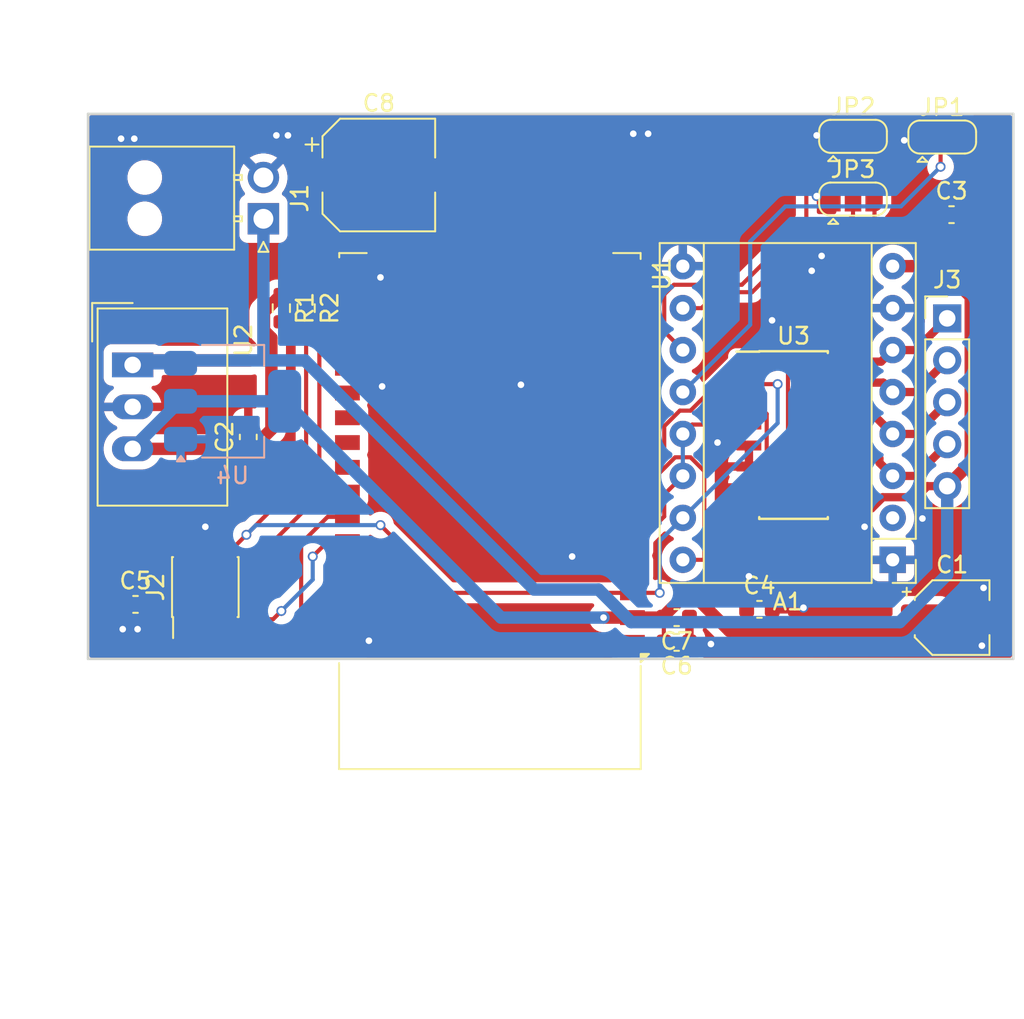
<source format=kicad_pcb>
(kicad_pcb (version 20241229) (generator "pcbnew") (generator_version "9.0")
  (layers (0 "F.Cu" signal) (2 "B.Cu" signal) (13 "F.Paste" user) (15 "B.Paste" user) (5 "F.SilkS" user "F.Silkscreen") (7 "B.SilkS" user "B.Silkscreen") (1 "F.Mask" user) (3 "B.Mask" user) (25 "Edge.Cuts" user))
  (net 0 "")
  (net 1 "+5V")
  (net 2 "Net-(A1-M0)")
  (net 3 "/Coil4")
  (net 4 "/Coil3")
  (net 5 "/Coil2")
  (net 6 "/Coil1")
  (net 7 "Net-(A1-M1)")
  (net 8 "Net-(A1-M2)")
  (net 10 "+3.3V")
  (net 11 "/D4")
  (net 12 "/D2")
  (net 13 "/D5")
  (net 17 "GND")
  (net 18 "D0")
  (net 19 "EN")
  (net 20 "RX")
  (net 21 "TX")
  (net 24 "/ESP32/GPIO8")
  (net 27 "/ESP32/GPIO17")
  (net 30 "/ESP32/GPIO18")
  (net 31 "/ESP32/GPIO14")
  (net 33 "/ESP32/GPIO12")
  (net 34 "/ESP32/GPIO37")
  (net 35 "/ESP32/GPIO7")
  (net 36 "/ESP32/GPIO40")
  (net 37 "/ESP32/GPIO38")
  (net 38 "/ESP32/GPIO11")
  (net 40 "/ESP32/GPIO10")
  (net 41 "/ESP32/GPIO9")
  (net 45 "/ESP32/GPIO6")
  (net 46 "/ESP32/GPIO16")
  (net 47 "/ESP32/GPIO35")
  (net 48 "/ESP32/GPIO15")
  (net 49 "/ESP32/GPIO13")
  (footprint "Capacitor_SMD:CP_Elec_4x5.4" (layer "F.Cu") (at 200.3 116.5)
    (property "Reference" "C1" (at 0 -3.2 0) (layer "F.SilkS"))
    (property "Value" "10u")
    (pad "1" smd roundrect (at -1.8 0) (size 2.6 1.6) (layers "F.Cu" "F.Mask" "F.Paste") (roundrect_rratio 0.15625) (net 10 "+3.3V"))
    (pad "2" smd roundrect (at 1.8 0) (size 2.6 1.6) (layers "F.Cu" "F.Mask" "F.Paste") (roundrect_rratio 0.15625) (net 17 "GND"))
  )
  (footprint "Capacitor_SMD:C_0603_1608Metric" (layer "F.Cu") (at 157.7 105.5625 90)
    (property "Reference" "C2" (at 0 -1.43 90) (layer "F.SilkS"))
    (property "Value" "1uF")
    (pad "1" smd roundrect (at -0.775 0 90) (size 0.9 0.95) (layers "F.Cu" "F.Mask" "F.Paste") (net 10 "+3.3V"))
    (pad "2" smd roundrect (at 0.775 0 90) (size 0.9 0.95) (layers "F.Cu" "F.Mask" "F.Paste") (net 17 "GND"))
  )
  (footprint "Capacitor_SMD:C_0603_1608Metric" (layer "F.Cu") (at 200.2625 92.1)
    (property "Reference" "C3" (at 0 -1.43 0) (layer "F.SilkS"))
    (property "Value" "1uF")
    (pad "1" smd roundrect (at -0.775 0) (size 0.9 0.95) (layers "F.Cu" "F.Mask" "F.Paste") (net 1 "+5V"))
    (pad "2" smd roundrect (at 0.775 0) (size 0.9 0.95) (layers "F.Cu" "F.Mask" "F.Paste") (net 17 "GND"))
  )
  (footprint "Capacitor_SMD:C_0603_1608Metric" (layer "F.Cu") (at 188.6375 116)
    (property "Reference" "C4" (at 0 -1.43 0) (layer "F.SilkS"))
    (property "Value" "1uF")
    (pad "1" smd roundrect (at -0.775 0) (size 0.9 0.95) (layers "F.Cu" "F.Mask" "F.Paste") (net 10 "+3.3V"))
    (pad "2" smd roundrect (at 0.775 0) (size 0.9 0.95) (layers "F.Cu" "F.Mask" "F.Paste") (net 17 "GND"))
  )
  (footprint "Pin_Headers:Pin_Header_Straight_1x05_Pitch2.54mm" (layer "F.Cu") (at 200 98.38)
    (property "Reference" "J3" (at 0 -2.33 0) (layer "F.SilkS"))
    (property "Value" "Conn_01x05")
    (pad "1" thru_hole rect (at 0 0) (size 1.7 1.7) (drill 1) (layers "*.Cu" "*.Mask") (net 3 "/Coil4"))
    (pad "2" thru_hole oval (at 0 2.54) (size 1.7 1.7) (drill 1) (layers "*.Cu" "*.Mask") (net 4 "/Coil3"))
    (pad "3" thru_hole oval (at 0 5.08) (size 1.7 1.7) (drill 1) (layers "*.Cu" "*.Mask") (net 5 "/Coil2"))
    (pad "4" thru_hole oval (at 0 7.62) (size 1.7 1.7) (drill 1) (layers "*.Cu" "*.Mask") (net 6 "/Coil1"))
    (pad "5" thru_hole oval (at 0 10.16) (size 1.7 1.7) (drill 1) (layers "*.Cu" "*.Mask") (net 1 "+5V"))
  )
  (footprint "Resistor_SMD:R_0603_1608Metric" (layer "F.Cu") (at 159.7 97.7625 -90)
    (property "Reference" "R1" (at 0 -1.43 270) (layer "F.SilkS"))
    (property "Value" "10K")
    (pad "1" smd roundrect (at -0.825 0 270) (size 0.8 0.95) (layers "F.Cu" "F.Mask" "F.Paste") (net 10 "+3.3V"))
    (pad "2" smd roundrect (at 0.825 0 270) (size 0.8 0.95) (layers "F.Cu" "F.Mask" "F.Paste") (net 19 "EN"))
  )
  (footprint "Resistor_SMD:R_0603_1608Metric" (layer "F.Cu") (at 161.2 97.7625 -90)
    (property "Reference" "R2" (at 0 -1.43 90) (layer "F.SilkS"))
    (property "Value" "10K")
    (pad "1" smd roundrect (at -0.825 0 270) (size 0.8 0.95) (layers "F.Cu" "F.Mask" "F.Paste") (net 10 "+3.3V"))
    (pad "2" smd roundrect (at 0.825 0 270) (size 0.8 0.95) (layers "F.Cu" "F.Mask" "F.Paste") (net 18 "D0"))
  )
  (footprint "Connector_PinHeader_1.27mm:PinHeader_2x03_P1.27mm_Vertical_SMD" (layer "F.Cu") (at 155.1 114.65 90)
    (property "Reference" "J2" (at 0 -3.015 90) (layer "F.SilkS"))
    (property "Value" "Prog")
    (pad "1" smd rect (at -1.95 -1.27 90) (size 2.4 0.74) (layers "F.Cu" "F.Mask" "F.Paste") (net 19 "EN"))
    (pad "2" smd rect (at 1.95 -1.27 90) (size 2.4 0.74) (layers "F.Cu" "F.Mask" "F.Paste") (net 10 "+3.3V"))
    (pad "3" smd rect (at -1.95 0 90) (size 2.4 0.74) (layers "F.Cu" "F.Mask" "F.Paste") (net 21 "TX"))
    (pad "4" smd rect (at 1.95 0 90) (size 2.4 0.74) (layers "F.Cu" "F.Mask" "F.Paste") (net 17 "GND"))
    (pad "5" smd rect (at -1.95 1.27 90) (size 2.4 0.74) (layers "F.Cu" "F.Mask" "F.Paste") (net 20 "RX"))
    (pad "6" smd rect (at 1.95 1.27 90) (size 2.4 0.74) (layers "F.Cu" "F.Mask" "F.Paste") (net 18 "D0"))
  )
  (footprint "Connectors_Molex:Molex_NanoFit_1x02x2.50mm_Angled" (layer "F.Cu") (at 158.615 92.35 90)
    (property "Reference" "J1" (at 1.25 2.2 90) (layer "F.SilkS"))
    (property "Value" "Power")
    (pad "" np_thru_hole circle (at 0 -7.18 90) (size 1.6 1.6) (drill 1.6) (layers "*.Cu" "*.Mask"))
    (pad "" np_thru_hole circle (at 2.5 -7.18 90) (size 1.6 1.6) (drill 1.6) (layers "*.Cu" "*.Mask"))
    (pad "1" thru_hole rect (at 0 0 90) (size 1.9 1.9) (drill 1.2) (layers "*.Cu" "*.Mask") (net 1 "+5V"))
    (pad "2" thru_hole circle (at 2.5 0 90) (size 1.9 1.9) (drill 1.2) (layers "*.Cu" "*.Mask") (net 17 "GND"))
  )
  (footprint "Modules:Pololu_Breakout-16_15.2x20.3mm" (layer "F.Cu") (at 196.7 113 180)
    (property "Reference" "A1" (at 6.35 -2.54 180) (layer "F.SilkS"))
    (property "Value" "Pololu_Breakout_DRV8825")
    (pad "1" thru_hole rect (at 0 0 180) (size 1.6 1.6) (drill 0.8) (layers "*.Cu" "*.Mask") (net 17 "GND"))
    (pad "2" thru_hole oval (at 0 2.54 180) (size 1.6 1.6) (drill 0.8) (layers "*.Cu" "*.Mask"))
    (pad "3" thru_hole oval (at 0 5.08 180) (size 1.6 1.6) (drill 0.8) (layers "*.Cu" "*.Mask") (net 6 "/Coil1"))
    (pad "4" thru_hole oval (at 0 7.62 180) (size 1.6 1.6) (drill 0.8) (layers "*.Cu" "*.Mask") (net 5 "/Coil2"))
    (pad "5" thru_hole oval (at 0 10.16 180) (size 1.6 1.6) (drill 0.8) (layers "*.Cu" "*.Mask") (net 4 "/Coil3"))
    (pad "6" thru_hole oval (at 0 12.7 180) (size 1.6 1.6) (drill 0.8) (layers "*.Cu" "*.Mask") (net 3 "/Coil4"))
    (pad "7" thru_hole oval (at 0 15.24 180) (size 1.6 1.6) (drill 0.8) (layers "*.Cu" "*.Mask") (net 17 "GND"))
    (pad "8" thru_hole oval (at 0 17.78 180) (size 1.6 1.6) (drill 0.8) (layers "*.Cu" "*.Mask") (net 1 "+5V"))
    (pad "9" thru_hole oval (at 12.7 17.78 180) (size 1.6 1.6) (drill 0.8) (layers "*.Cu" "*.Mask") (net 17 "GND"))
    (pad "10" thru_hole oval (at 12.7 15.24 180) (size 1.6 1.6) (drill 0.8) (layers "*.Cu" "*.Mask") (net 2 "Net-(A1-M0)"))
    (pad "11" thru_hole oval (at 12.7 12.7 180) (size 1.6 1.6) (drill 0.8) (layers "*.Cu" "*.Mask") (net 7 "Net-(A1-M1)"))
    (pad "12" thru_hole oval (at 12.7 10.16 180) (size 1.6 1.6) (drill 0.8) (layers "*.Cu" "*.Mask") (net 8 "Net-(A1-M2)"))
    (pad "13" thru_hole oval (at 12.7 7.62 180) (size 1.6 1.6) (drill 0.8) (layers "*.Cu" "*.Mask") (net 12 "/D2"))
    (pad "14" thru_hole oval (at 12.7 5.08 180) (size 1.6 1.6) (drill 0.8) (layers "*.Cu" "*.Mask") (net 12 "/D2"))
    (pad "15" thru_hole oval (at 12.7 2.54 180) (size 1.6 1.6) (drill 0.8) (layers "*.Cu" "*.Mask") (net 18 "D0"))
    (pad "16" thru_hole oval (at 12.7 0 180) (size 1.6 1.6) (drill 0.8) (layers "*.Cu" "*.Mask") (net 11 "/D4"))
  )
  (footprint "Housings_SOIC:SOIC-16_3.9x9.9mm_Pitch1.27mm" (layer "F.Cu") (at 190.7 105.445)
    (property "Reference" "U3" (at 0 -6 0) (layer "F.SilkS"))
    (property "Value" "ULN2003A")
    (pad "1" smd rect (at -2.7 -4.445) (size 1.5 0.6) (layers "F.Cu" "F.Mask" "F.Paste") (net 13 "/D5"))
    (pad "2" smd rect (at -2.7 -3.175) (size 1.5 0.6) (layers "F.Cu" "F.Mask" "F.Paste") (net 18 "D0"))
    (pad "3" smd rect (at -2.7 -1.905) (size 1.5 0.6) (layers "F.Cu" "F.Mask" "F.Paste") (net 11 "/D4"))
    (pad "4" smd rect (at -2.7 -0.635) (size 1.5 0.6) (layers "F.Cu" "F.Mask" "F.Paste") (net 12 "/D2"))
    (pad "5" smd rect (at -2.7 0.635) (size 1.5 0.6) (layers "F.Cu" "F.Mask" "F.Paste") (net 17 "GND"))
    (pad "6" smd rect (at -2.7 1.905) (size 1.5 0.6) (layers "F.Cu" "F.Mask" "F.Paste") (net 17 "GND"))
    (pad "7" smd rect (at -2.7 3.175) (size 1.5 0.6) (layers "F.Cu" "F.Mask" "F.Paste") (net 17 "GND"))
    (pad "8" smd rect (at -2.7 4.445) (size 1.5 0.6) (layers "F.Cu" "F.Mask" "F.Paste") (net 17 "GND"))
    (pad "9" smd rect (at 2.7 4.445) (size 1.5 0.6) (layers "F.Cu" "F.Mask" "F.Paste") (net 1 "+5V"))
    (pad "10" smd rect (at 2.7 3.175) (size 1.5 0.6) (layers "F.Cu" "F.Mask" "F.Paste"))
    (pad "11" smd rect (at 2.7 1.905) (size 1.5 0.6) (layers "F.Cu" "F.Mask" "F.Paste"))
    (pad "12" smd rect (at 2.7 0.635) (size 1.5 0.6) (layers "F.Cu" "F.Mask" "F.Paste"))
    (pad "13" smd rect (at 2.7 -0.635) (size 1.5 0.6) (layers "F.Cu" "F.Mask" "F.Paste") (net 6 "/Coil1"))
    (pad "14" smd rect (at 2.7 -1.905) (size 1.5 0.6) (layers "F.Cu" "F.Mask" "F.Paste") (net 5 "/Coil2"))
    (pad "15" smd rect (at 2.7 -3.175) (size 1.5 0.6) (layers "F.Cu" "F.Mask" "F.Paste") (net 4 "/Coil3"))
    (pad "16" smd rect (at 2.7 -4.445) (size 1.5 0.6) (layers "F.Cu" "F.Mask" "F.Paste") (net 3 "/Coil4"))
  )
  (footprint "Converter_DCDC:Converter_DCDC_TRACO_TSR-1_THT" (layer "F.Cu") (at 150.7 101.2 -90)
    (property "Reference" "U2" (at -1.5 -6.71 90) (layer "F.SilkS"))
    (property "Value" "TSR_1-2433")
    (pad "1" thru_hole rect (at 0 0 270) (size 1.5 2.5) (drill 1) (layers "*.Cu" "*.Mask") (net 1 "+5V"))
    (pad "2" thru_hole oval (at 2.54 0 270) (size 1.5 2.5) (drill 1) (layers "*.Cu" "*.Mask") (net 17 "GND"))
    (pad "3" thru_hole oval (at 5.08 0 270) (size 1.5 2.5) (drill 1) (layers "*.Cu" "*.Mask") (net 10 "+3.3V"))
  )
  (footprint "RF_Module:ESP32-S2-WROVER" (layer "F.Cu") (at 172.325 106.225 180)
    (property "Reference" "U1" (at -10.41 10.53 90) (layer "F.SilkS"))
    (property "Value" "ESP32-S2-WROVER")
    (pad "1" smd rect (at -8.625 -11.775 180) (size 1.5 0.9) (layers "F.Cu" "F.Mask" "F.Paste") (net 17 "GND"))
    (pad "2" smd rect (at -8.625 -10.275 180) (size 1.5 0.9) (layers "F.Cu" "F.Mask" "F.Paste") (net 10 "+3.3V"))
    (pad "3" smd rect (at -8.625 -8.775 180) (size 1.5 0.9) (layers "F.Cu" "F.Mask" "F.Paste") (net 18 "D0"))
    (pad "4" smd rect (at -8.625 -7.275 180) (size 1.5 0.9) (layers "F.Cu" "F.Mask" "F.Paste"))
    (pad "5" smd rect (at -8.625 -5.775 180) (size 1.5 0.9) (layers "F.Cu" "F.Mask" "F.Paste") (net 12 "/D2"))
    (pad "6" smd rect (at -8.625 -4.275 180) (size 1.5 0.9) (layers "F.Cu" "F.Mask" "F.Paste"))
    (pad "7" smd rect (at -8.625 -2.775 180) (size 1.5 0.9) (layers "F.Cu" "F.Mask" "F.Paste") (net 11 "/D4"))
    (pad "8" smd rect (at -8.625 -1.275 180) (size 1.5 0.9) (layers "F.Cu" "F.Mask" "F.Paste") (net 13 "/D5"))
    (pad "9" smd rect (at -8.625 0.225 180) (size 1.5 0.9) (layers "F.Cu" "F.Mask" "F.Paste") (net 45 "/ESP32/GPIO6"))
    (pad "10" smd rect (at -8.625 1.725 180) (size 1.5 0.9) (layers "F.Cu" "F.Mask" "F.Paste") (net 35 "/ESP32/GPIO7"))
    (pad "11" smd rect (at -8.625 3.225 180) (size 1.5 0.9) (layers "F.Cu" "F.Mask" "F.Paste") (net 24 "/ESP32/GPIO8"))
    (pad "12" smd rect (at -8.625 4.725 180) (size 1.5 0.9) (layers "F.Cu" "F.Mask" "F.Paste") (net 41 "/ESP32/GPIO9"))
    (pad "13" smd rect (at -8.625 6.225 180) (size 1.5 0.9) (layers "F.Cu" "F.Mask" "F.Paste") (net 40 "/ESP32/GPIO10"))
    (pad "14" smd rect (at -8.625 7.725 180) (size 1.5 0.9) (layers "F.Cu" "F.Mask" "F.Paste") (net 38 "/ESP32/GPIO11"))
    (pad "15" smd rect (at -8.625 9.225) (size 1.5 0.9) (layers "F.Cu" "F.Mask" "F.Paste") (net 33 "/ESP32/GPIO12"))
    (pad "16" smd rect (at -8.625 10.725) (size 1.5 0.9) (layers "F.Cu" "F.Mask" "F.Paste") (net 49 "/ESP32/GPIO13"))
    (pad "17" smd rect (at -6.75 11.475 180) (size 0.9 1.5) (layers "F.Cu" "F.Mask" "F.Paste") (net 31 "/ESP32/GPIO14"))
    (pad "18" smd rect (at -5.25 11.475 180) (size 0.9 1.5) (layers "F.Cu" "F.Mask" "F.Paste") (net 48 "/ESP32/GPIO15"))
    (pad "19" smd rect (at -3.75 11.475 180) (size 0.9 1.5) (layers "F.Cu" "F.Mask" "F.Paste") (net 46 "/ESP32/GPIO16"))
    (pad "20" smd rect (at -2.25 11.475 180) (size 0.9 1.5) (layers "F.Cu" "F.Mask" "F.Paste") (net 27 "/ESP32/GPIO17"))
    (pad "21" smd rect (at -0.75 11.475 180) (size 0.9 1.5) (layers "F.Cu" "F.Mask" "F.Paste") (net 30 "/ESP32/GPIO18"))
    (pad "22" smd rect (at 0.75 11.475 180) (size 0.9 1.5) (layers "F.Cu" "F.Mask" "F.Paste"))
    (pad "23" smd rect (at 2.25 11.475 180) (size 0.9 1.5) (layers "F.Cu" "F.Mask" "F.Paste"))
    (pad "24" smd rect (at 3.75 11.475 180) (size 0.9 1.5) (layers "F.Cu" "F.Mask" "F.Paste"))
    (pad "25" smd rect (at 5.25 11.475 180) (size 0.9 1.5) (layers "F.Cu" "F.Mask" "F.Paste"))
    (pad "26" smd rect (at 6.75 11.475 180) (size 0.9 1.5) (layers "F.Cu" "F.Mask" "F.Paste") (net 17 "GND"))
    (pad "27" smd rect (at 8.625 10.825 180) (size 1.5 0.9) (layers "F.Cu" "F.Mask" "F.Paste"))
    (pad "28" smd rect (at 8.625 9.325 180) (size 1.5 0.9) (layers "F.Cu" "F.Mask" "F.Paste"))
    (pad "29" smd rect (at 8.625 7.825 180) (size 1.5 0.9) (layers "F.Cu" "F.Mask" "F.Paste") (net 47 "/ESP32/GPIO35"))
    (pad "30" smd rect (at 8.625 6.325 180) (size 1.5 0.9) (layers "F.Cu" "F.Mask" "F.Paste"))
    (pad "31" smd rect (at 8.625 4.825 180) (size 1.5 0.9) (layers "F.Cu" "F.Mask" "F.Paste") (net 34 "/ESP32/GPIO37"))
    (pad "32" smd rect (at 8.625 3.325 180) (size 1.5 0.9) (layers "F.Cu" "F.Mask" "F.Paste") (net 37 "/ESP32/GPIO38"))
    (pad "33" smd rect (at 8.625 1.825 180) (size 1.5 0.9) (layers "F.Cu" "F.Mask" "F.Paste"))
    (pad "34" smd rect (at 8.625 0.325 180) (size 1.5 0.9) (layers "F.Cu" "F.Mask" "F.Paste") (net 36 "/ESP32/GPIO40"))
    (pad "35" smd rect (at 8.625 -1.175 180) (size 1.5 0.9) (layers "F.Cu" "F.Mask" "F.Paste"))
    (pad "36" smd rect (at 8.625 -2.675 180) (size 1.5 0.9) (layers "F.Cu" "F.Mask" "F.Paste"))
    (pad "37" smd rect (at 8.625 -4.175 180) (size 1.5 0.9) (layers "F.Cu" "F.Mask" "F.Paste") (net 21 "TX"))
    (pad "38" smd rect (at 8.625 -5.675 180) (size 1.5 0.9) (layers "F.Cu" "F.Mask" "F.Paste") (net 20 "RX"))
    (pad "39" smd rect (at 8.625 -7.175 180) (size 1.5 0.9) (layers "F.Cu" "F.Mask" "F.Paste"))
    (pad "40" smd rect (at 8.625 -8.775 180) (size 1.5 0.9) (layers "F.Cu" "F.Mask" "F.Paste"))
    (pad "41" smd rect (at 8.625 -10.275 180) (size 1.5 0.9) (layers "F.Cu" "F.Mask" "F.Paste") (net 19 "EN"))
    (pad "42" smd rect (at 8.625 -11.675 180) (size 1.5 0.9) (layers "F.Cu" "F.Mask" "F.Paste") (net 17 "GND"))
    (pad "43" smd rect (at -1.19 -3.735 180) (size 4.1 4.1) (property pad_prop_heatsink) (layers "F.Cu" "F.Mask") (net 17 "GND"))
    (zone (net 0) (net_name "") (layers "F.Cu" "B.Cu") (connect_pads (clearance 0)) (min_thickness 0.254)
      (keepout (tracks not_allowed) (vias not_allowed) (pads not_allowed) (copperpour not_allowed) (footprints not_allowed))
      (fill (thermal_gap 0.508) (thermal_bridge_width 0.508))
      (polygon (pts (xy 196.325 119.248) (xy 148.325 119.248) (xy 148.325 140.548) (xy 196.325 140.548)))
    )
  )
  (footprint "Jumper:SolderJumper-3_P1.3mm_Open_RoundedPad1.0x1.5mm" (layer "F.Cu") (at 199.7 87.4)
    (property "Reference" "JP1" (at 0 -1.8 0) (layer "F.SilkS"))
    (property "Value" "jumper")
    (pad "1" smd custom (at -1.3 0) (size 1 0.5) (layers "F.Cu" "F.Mask") (net 17 "GND") (options (clearance outline) (anchor rect)) (primitives (gr_circle (center 0 0.25) (end 0.5 0.25) (width 0) (fill yes)) (gr_circle (center 0 -0.25) (end 0.5 -0.25) (width 0) (fill yes)) (gr_poly (pts (xy 0.55 0.75) (xy 0 0.75) (xy 0 -0.75) (xy 0.55 -0.75)) (width 0) (fill yes))))
    (pad "2" smd rect (at 0 0) (size 1 1.5) (layers "F.Cu" "F.Mask") (net 8 "Net-(A1-M2)"))
    (pad "3" smd custom (at 1.3 0) (size 1 0.5) (layers "F.Cu" "F.Mask") (net 10 "+3.3V") (options (clearance outline) (anchor rect)) (primitives (gr_circle (center 0 0.25) (end 0.5 0.25) (width 0) (fill yes)) (gr_circle (center 0 -0.25) (end 0.5 -0.25) (width 0) (fill yes)) (gr_poly (pts (xy 0 0.75) (xy -0.55 0.75) (xy -0.55 -0.75) (xy 0 -0.75)) (width 0) (fill yes))))
  )
  (footprint "Capacitor_SMD:C_0603_1608Metric" (layer "F.Cu") (at 150.875 115.7)
    (property "Reference" "C5" (at 0 -1.43 0) (layer "F.SilkS"))
    (property "Value" "0.1uf")
    (pad "1" smd roundrect (at -0.775 0) (size 0.9 0.95) (layers "F.Cu" "F.Mask" "F.Paste") (net 17 "GND"))
    (pad "2" smd roundrect (at 0.775 0) (size 0.9 0.95) (layers "F.Cu" "F.Mask" "F.Paste") (net 19 "EN"))
  )
  (footprint "Capacitor_SMD:C_0603_1608Metric" (layer "F.Cu") (at 183.625 116.5 180)
    (property "Reference" "C7" (at 0 -1.43 0) (layer "F.SilkS"))
    (property "Value" "1uF")
    (pad "1" smd roundrect (at -0.775 0 180) (size 0.9 0.95) (layers "F.Cu" "F.Mask" "F.Paste") (net 17 "GND"))
    (pad "2" smd roundrect (at 0.775 0 180) (size 0.9 0.95) (layers "F.Cu" "F.Mask" "F.Paste") (net 10 "+3.3V"))
  )
  (footprint "Capacitor_SMD:C_0603_1608Metric" (layer "F.Cu") (at 183.625 118 180)
    (property "Reference" "C6" (at 0 -1.43 0) (layer "F.SilkS"))
    (property "Value" "100n")
    (pad "1" smd roundrect (at -0.775 0 180) (size 0.9 0.95) (layers "F.Cu" "F.Mask" "F.Paste") (net 17 "GND"))
    (pad "2" smd roundrect (at 0.775 0 180) (size 0.9 0.95) (layers "F.Cu" "F.Mask" "F.Paste") (net 10 "+3.3V"))
  )
  (footprint "Capacitor_SMD:CP_Elec_6.3x7.7" (layer "F.Cu") (at 165.6 89.7)
    (property "Reference" "C8" (at 0 -4.35 0) (layer "F.SilkS"))
    (property "Value" "10u")
    (pad "1" smd roundrect (at -2.7 0) (size 3.5 1.6) (layers "F.Cu" "F.Mask" "F.Paste") (roundrect_rratio 0.15625) (net 1 "+5V"))
    (pad "2" smd roundrect (at 2.7 0) (size 3.5 1.6) (layers "F.Cu" "F.Mask" "F.Paste") (roundrect_rratio 0.15625) (net 17 "GND"))
  )
  (footprint "Jumper:SolderJumper-3_P1.3mm_Open_RoundedPad1.0x1.5mm" (layer "F.Cu") (at 194.3 87.3575)
    (property "Reference" "JP2" (at 0 -1.8 0) (layer "F.SilkS"))
    (property "Value" "Jumper")
    (pad "1" smd custom (at -1.3 0) (size 1 0.5) (layers "F.Cu" "F.Mask") (net 17 "GND") (options (clearance outline) (anchor rect)) (primitives (gr_circle (center 0 0.25) (end 0.5 0.25) (width 0) (fill yes)) (gr_circle (center 0 -0.25) (end 0.5 -0.25) (width 0) (fill yes)) (gr_poly (pts (xy 0.55 0.75) (xy 0 0.75) (xy 0 -0.75) (xy 0.55 -0.75)) (width 0) (fill yes))))
    (pad "2" smd rect (at 0 0) (size 1 1.5) (layers "F.Cu" "F.Mask") (net 7 "Net-(A1-M1)"))
    (pad "3" smd custom (at 1.3 0) (size 1 0.5) (layers "F.Cu" "F.Mask") (net 10 "+3.3V") (options (clearance outline) (anchor rect)) (primitives (gr_circle (center 0 0.25) (end 0.5 0.25) (width 0) (fill yes)) (gr_circle (center 0 -0.25) (end 0.5 -0.25) (width 0) (fill yes)) (gr_poly (pts (xy 0 0.75) (xy -0.55 0.75) (xy -0.55 -0.75) (xy 0 -0.75)) (width 0) (fill yes))))
  )
  (footprint "Jumper:SolderJumper-3_P1.3mm_Open_RoundedPad1.0x1.5mm" (layer "F.Cu") (at 194.3 91.1575)
    (property "Reference" "JP3" (at 0 -1.8 0) (layer "F.SilkS"))
    (property "Value" "Jumper")
    (pad "1" smd custom (at -1.3 0) (size 1 0.5) (layers "F.Cu" "F.Mask") (net 17 "GND") (options (clearance outline) (anchor rect)) (primitives (gr_circle (center 0 0.25) (end 0.5 0.25) (width 0) (fill yes)) (gr_circle (center 0 -0.25) (end 0.5 -0.25) (width 0) (fill yes)) (gr_poly (pts (xy 0.55 0.75) (xy 0 0.75) (xy 0 -0.75) (xy 0.55 -0.75)) (width 0) (fill yes))))
    (pad "2" smd rect (at 0 0) (size 1 1.5) (layers "F.Cu" "F.Mask") (net 2 "Net-(A1-M0)"))
    (pad "3" smd custom (at 1.3 0) (size 1 0.5) (layers "F.Cu" "F.Mask") (net 10 "+3.3V") (options (clearance outline) (anchor rect)) (primitives (gr_circle (center 0 0.25) (end 0.5 0.25) (width 0) (fill yes)) (gr_circle (center 0 -0.25) (end 0.5 -0.25) (width 0) (fill yes)) (gr_poly (pts (xy 0 0.75) (xy -0.55 0.75) (xy -0.55 -0.75) (xy 0 -0.75)) (width 0) (fill yes))))
  )
  (footprint "Package_TO_SOT_SMD:SOT-223-3_TabPin2" (layer "B.Cu") (at 156.75 103.4)
    (property "Reference" "U4" (at 0 4.5 0) (layer "B.SilkS") (effects (justify mirror)))
    (property "Value" "AZ1117-3.3")
    (pad "1" smd roundrect (at -3.15 2.3) (size 2 1.5) (layers "B.Cu" "B.Mask" "B.Paste") (net 17 "GND"))
    (pad "2" smd roundrect (at -3.15 0) (size 2 1.5) (layers "B.Cu" "B.Mask" "B.Paste") (net 10 "+3.3V"))
    (pad "2" smd roundrect (at 3.15 0) (size 2 3.8) (layers "B.Cu" "B.Mask" "B.Paste") (net 10 "+3.3V"))
    (pad "3" smd roundrect (at -3.15 -2.3) (size 2 1.5) (layers "B.Cu" "B.Mask" "B.Paste") (net 1 "+5V"))
  )
  (gr_line (start 148 86) (end 204 86) (stroke (width 0.15)) (layer "Edge.Cuts"))
  (gr_line (start 204 86) (end 204 119) (stroke (width 0.15)) (layer "Edge.Cuts"))
  (gr_line (start 204 119) (end 148 119) (stroke (width 0.15)) (layer "Edge.Cuts"))
  (gr_line (start 148 119) (end 148 86) (stroke (width 0.15)) (layer "Edge.Cuts"))
  (segment (start 193.4 109.89) (end 195.419998 109.89) (width 0.5) (layer "F.Cu") (net 1))
  (segment (start 201.425001 97.069999) (end 199.575002 95.22) (width 0.75) (layer "F.Cu") (net 1))
  (segment (start 150.975 100.925) (end 150.7 101.2) (width 0.75) (layer "F.Cu") (net 1))
  (segment (start 195.419998 109.89) (end 196.099999 109.209999) (width 0.5) (layer "F.Cu") (net 1))
  (segment (start 198.12792 109.209999) (end 198.797919 108.54) (width 0.5) (layer "F.Cu") (net 1))
  (segment (start 201.425001 107.114999) (end 201.425001 97.069999) (width 0.75) (layer "F.Cu") (net 1))
  (segment (start 157.8 100.925) (end 150.975 100.925) (width 0.75) (layer "F.Cu") (net 1))
  (segment (start 199.575002 93.050002) (end 199.575002 95.22) (width 0.75) (layer "F.Cu") (net 1))
  (segment (start 199.575002 95.22) (end 197.83137 95.22) (width 0.75) (layer "F.Cu") (net 1))
  (segment (start 200 108.54) (end 201.425001 107.114999) (width 0.75) (layer "F.Cu") (net 1))
  (segment (start 196.099999 109.209999) (end 198.12792 109.209999) (width 0.5) (layer "F.Cu") (net 1))
  (segment (start 197.83137 95.22) (end 196.7 95.22) (width 0.75) (layer "F.Cu") (net 1))
  (segment (start 198.797919 108.54) (end 200 108.54) (width 0.5) (layer "F.Cu") (net 1))
  (segment (start 199.325 92.1) (end 199.325 92.8) (width 0.75) (layer "F.Cu") (net 1))
  (segment (start 199.325 92.8) (end 199.575002 93.050002) (width 0.75) (layer "F.Cu") (net 1))
  (segment (start 150.8 101.1) (end 150.7 101.2) (width 0.75) (layer "B.Cu") (net 1))
  (segment (start 158.615 100.839) (end 158.7 100.924) (width 0.75) (layer "B.Cu") (net 1))
  (segment (start 178.9 114.8) (end 180.876 116.776) (width 0.75) (layer "B.Cu") (net 1))
  (segment (start 158.615 92.35) (end 158.615 100.839) (width 0.75) (layer "B.Cu") (net 1))
  (segment (start 153.6 101.1) (end 150.8 101.1) (width 0.75) (layer "B.Cu") (net 1))
  (segment (start 161.124 100.924) (end 175 114.8) (width 0.75) (layer "B.Cu") (net 1))
  (segment (start 150.7 101.2) (end 150.976 100.924) (width 0.75) (layer "B.Cu") (net 1))
  (segment (start 158.7 100.924) (end 161.124 100.924) (width 0.75) (layer "B.Cu") (net 1))
  (segment (start 180.876 116.776) (end 197.124 116.776) (width 0.75) (layer "B.Cu") (net 1))
  (segment (start 175 114.8) (end 178.9 114.8) (width 0.75) (layer "B.Cu") (net 1))
  (segment (start 150.976 100.924) (end 158.7 100.924) (width 0.75) (layer "B.Cu") (net 1))
  (segment (start 200 113.9) (end 200 108.54) (width 0.75) (layer "B.Cu") (net 1))
  (segment (start 197.124 116.776) (end 200 113.9) (width 0.75) (layer "B.Cu") (net 1))
  (segment (start 185.13137 97.76) (end 186.09636 96.79501) (width 0.25) (layer "F.Cu") (net 2))
  (segment (start 192.2875 92.7) (end 193.7575 92.7) (width 0.25) (layer "F.Cu") (net 2))
  (segment (start 193.7575 92.7) (end 194.3 92.1575) (width 0.25) (layer "F.Cu") (net 2))
  (segment (start 194.3 92.1575) (end 194.3 91.1575) (width 0.25) (layer "F.Cu") (net 2))
  (segment (start 186.09636 96.79501) (end 188.19249 96.79501) (width 0.25) (layer "F.Cu") (net 2))
  (segment (start 188.19249 96.79501) (end 192.2875 92.7) (width 0.25) (layer "F.Cu") (net 2))
  (segment (start 184 97.76) (end 185.13137 97.76) (width 0.25) (layer "F.Cu") (net 2))
  (segment (start 193.4 101) (end 196 101) (width 0.5) (layer "F.Cu") (net 3))
  (segment (start 196 101) (end 196.7 100.3) (width 0.5) (layer "F.Cu") (net 3))
  (segment (start 196.7 100.3) (end 198.08 100.3) (width 0.5) (layer "F.Cu") (net 3))
  (segment (start 198.08 100.3) (end 200 98.38) (width 0.5) (layer "F.Cu") (net 3))
  (segment (start 193.4 102.27) (end 196.13 102.27) (width 0.5) (layer "F.Cu") (net 4))
  (segment (start 196.7 102.84) (end 198.08 102.84) (width 0.5) (layer "F.Cu") (net 4))
  (segment (start 196.13 102.27) (end 196.7 102.84) (width 0.5) (layer "F.Cu") (net 4))
  (segment (start 198.08 102.84) (end 200 100.92) (width 0.5) (layer "F.Cu") (net 4))
  (segment (start 194.86 103.54) (end 196.7 105.38) (width 0.5) (layer "F.Cu") (net 5))
  (segment (start 198.08 105.38) (end 200 103.46) (width 0.5) (layer "F.Cu") (net 5))
  (segment (start 193.4 103.54) (end 194.86 103.54) (width 0.5) (layer "F.Cu") (net 5))
  (segment (start 196.7 105.38) (end 198.08 105.38) (width 0.5) (layer "F.Cu") (net 5))
  (segment (start 193.85 104.81) (end 195.900001 106.860001) (width 0.5) (layer "F.Cu") (net 6))
  (segment (start 198.08 107.92) (end 200 106) (width 0.5) (layer "F.Cu") (net 6))
  (segment (start 195.900001 106.860001) (end 195.900001 107.120001) (width 0.5) (layer "F.Cu") (net 6))
  (segment (start 193.4 104.81) (end 193.85 104.81) (width 0.5) (layer "F.Cu") (net 6))
  (segment (start 195.900001 107.120001) (end 196.7 107.92) (width 0.5) (layer "F.Cu") (net 6))
  (segment (start 196.7 107.92) (end 198.08 107.92) (width 0.5) (layer "F.Cu") (net 6))
  (segment (start 183.459999 96.345001) (end 187.571849 96.345001) (width 0.25) (layer "F.Cu") (net 7))
  (segment (start 192.6 89.4) (end 193.2575 89.4) (width 0.25) (layer "F.Cu") (net 7))
  (segment (start 187.571849 96.345001) (end 191.47499 92.44186) (width 0.25) (layer "F.Cu") (net 7))
  (segment (start 191.47499 90.52501) (end 192.6 89.4) (width 0.25) (layer "F.Cu") (net 7))
  (segment (start 191.47499 92.44186) (end 191.47499 90.52501) (width 0.25) (layer "F.Cu") (net 7))
  (segment (start 193.2575 89.4) (end 194.3 88.3575) (width 0.25) (layer "F.Cu") (net 7))
  (segment (start 184 100.3) (end 182.874999 99.174999) (width 0.25) (layer "F.Cu") (net 7))
  (segment (start 194.3 88.3575) (end 194.3 87.3575) (width 0.25) (layer "F.Cu") (net 7))
  (segment (start 182.874999 96.930001) (end 183.459999 96.345001) (width 0.25) (layer "F.Cu") (net 7))
  (segment (start 182.874999 99.174999) (end 182.874999 96.930001) (width 0.25) (layer "F.Cu") (net 7))
  (segment (start 199.6 87.5) (end 199.7 87.4) (width 0.25) (layer "F.Cu") (net 8))
  (segment (start 199.6 89.2) (end 199.6 87.5) (width 0.25) (layer "F.Cu") (net 8))
  (via (at 199.6 89.2) (size 0.6) (drill 0.4) (layers "F.Cu" "B.Cu") (net 8))
  (segment (start 197.2 91.6) (end 199.6 89.2) (width 0.25) (layer "B.Cu") (net 8))
  (segment (start 188.077001 93.724999) (end 190.202 91.6) (width 0.25) (layer "B.Cu") (net 8))
  (segment (start 188.077001 98.762999) (end 188.077001 93.724999) (width 0.25) (layer "B.Cu") (net 8))
  (segment (start 197.1 91.6) (end 197.2 91.6) (width 0.25) (layer "B.Cu") (net 8))
  (segment (start 190.202 91.6) (end 197.1 91.6) (width 0.25) (layer "B.Cu") (net 8))
  (segment (start 184 102.84) (end 188.077001 98.762999) (width 0.25) (layer "B.Cu") (net 8))
  (segment (start 158.649 97.9885) (end 159.7 96.9375) (width 0.75) (layer "F.Cu") (net 10))
  (segment (start 158.649 99.114472) (end 158.649 97.9885) (width 0.75) (layer "F.Cu") (net 10))
  (segment (start 187.7 114.7) (end 187.7 116) (width 0.25) (layer "F.Cu") (net 10))
  (segment (start 188.185298 114.7) (end 187.7 114.7) (width 0.25) (layer "F.Cu") (net 10))
  (segment (start 195.6 91.1575) (end 195.6 87.3575) (width 0.25) (layer "F.Cu") (net 10))
  (segment (start 159.098028 99.5635) (end 158.649 99.114472) (width 0.75) (layer "F.Cu") (net 10))
  (segment (start 196.6385 86.319) (end 195.6 87.3575) (width 0.25) (layer "F.Cu") (net 10))
  (segment (start 190.364 112.521298) (end 188.185298 114.7) (width 0.25) (layer "F.Cu") (net 10))
  (segment (start 190.364 97.821298) (end 190.364 112.521298) (width 0.25) (layer "F.Cu") (net 10))
  (segment (start 179.2 116.5) (end 180.95 116.5) (width 0.75) (layer "F.Cu") (net 10))
  (segment (start 150.7 106.28) (end 153.9 106.28) (width 0.75) (layer "F.Cu") (net 10))
  (segment (start 153.83 112.7) (end 153.83 106.35) (width 0.25) (layer "F.Cu") (net 10))
  (segment (start 182.85 118) (end 182.85 116.5) (width 0.25) (layer "F.Cu") (net 10))
  (segment (start 161.2 96.9375) (end 159.7 96.9375) (width 0.25) (layer "F.Cu") (net 10))
  (segment (start 157.7 106.5) (end 159.098028 105.101972) (width 0.75) (layer "F.Cu") (net 10))
  (segment (start 201 86.645) (end 200.674 86.319) (width 0.25) (layer "F.Cu") (net 10))
  (segment (start 182.85 116.5) (end 183.651 115.699) (width 0.25) (layer "F.Cu") (net 10))
  (segment (start 183.801 115.449) (end 182.75 116.5) (width 0.75) (layer "F.Cu") (net 10))
  (segment (start 187.399 115.699) (end 187.7 116) (width 0.25) (layer "F.Cu") (net 10))
  (segment (start 197.7 117.3) (end 186.81402 117.3) (width 0.75) (layer "F.Cu") (net 10))
  (segment (start 159.098028 105.101972) (end 159.098028 99.5635) (width 0.75) (layer "F.Cu") (net 10))
  (segment (start 198.5 116.5) (end 197.7 117.3) (width 0.75) (layer "F.Cu") (net 10))
  (segment (start 180.95 116.5) (end 182.85 116.5) (width 0.25) (layer "F.Cu") (net 10))
  (segment (start 195.6 91.1575) (end 195.6 92.585298) (width 0.25) (layer "F.Cu") (net 10))
  (segment (start 184.96302 115.449) (end 183.801 115.449) (width 0.75) (layer "F.Cu") (net 10))
  (segment (start 182.75 116.5) (end 180.95 116.5) (width 0.75) (layer "F.Cu") (net 10))
  (segment (start 153.83 106.35) (end 153.9 106.28) (width 0.25) (layer "F.Cu") (net 10))
  (segment (start 186.81402 117.3) (end 184.96302 115.449) (width 0.75) (layer "F.Cu") (net 10))
  (segment (start 157.48 106.28) (end 157.7 106.5) (width 0.75) (layer "F.Cu") (net 10))
  (segment (start 183.651 115.699) (end 187.399 115.699) (width 0.25) (layer "F.Cu") (net 10))
  (segment (start 195.6 92.585298) (end 190.364 97.821298) (width 0.25) (layer "F.Cu") (net 10))
  (segment (start 153.9 106.28) (end 157.48 106.28) (width 0.75) (layer "F.Cu") (net 10))
  (segment (start 200.674 86.319) (end 196.6385 86.319) (width 0.25) (layer "F.Cu") (net 10))
  (segment (start 201 87.4) (end 201 86.645) (width 0.25) (layer "F.Cu") (net 10))
  (via (at 179.2 116.5) (size 0.6) (drill 0.4) (layers "F.Cu" "B.Cu") (net 10))
  (segment (start 173 116.5) (end 179.2 116.5) (width 0.75) (layer "B.Cu") (net 10))
  (segment (start 153.555082 103.4) (end 150.7 106.255082) (width 0.75) (layer "B.Cu") (net 10))
  (segment (start 153.6 103.4) (end 159.9 103.4) (width 0.75) (layer "B.Cu") (net 10))
  (segment (start 150.7 106.255082) (end 150.7 106.28) (width 0.75) (layer "B.Cu") (net 10))
  (segment (start 153.6 103.4) (end 153.555082 103.4) (width 0.75) (layer "B.Cu") (net 10))
  (segment (start 159.9 103.4) (end 173 116.5) (width 0.75) (layer "B.Cu") (net 10))
  (segment (start 189.076 104.166) (end 189.076 110.516) (width 0.25) (layer "F.Cu") (net 11))
  (segment (start 188 103.54) (end 188.45 103.54) (width 0.25) (layer "F.Cu") (net 11))
  (segment (start 181.327595 109) (end 183.533595 106.794) (width 0.25) (layer "F.Cu") (net 11))
  (segment (start 186.592 113) (end 185.3 113) (width 0.25) (layer "F.Cu") (net 11))
  (segment (start 185.3 113) (end 184 113) (width 0.25) (layer "F.Cu") (net 11))
  (segment (start 184.466405 106.794) (end 185.3 107.627595) (width 0.25) (layer "F.Cu") (net 11))
  (segment (start 185.3 107.627595) (end 185.3 113) (width 0.25) (layer "F.Cu") (net 11))
  (segment (start 183.533595 106.794) (end 184.466405 106.794) (width 0.25) (layer "F.Cu") (net 11))
  (segment (start 189.076 110.516) (end 186.592 113) (width 0.25) (layer "F.Cu") (net 11))
  (segment (start 180.95 109) (end 181.327595 109) (width 0.25) (layer "F.Cu") (net 11))
  (segment (start 188.45 103.54) (end 189.076 104.166) (width 0.25) (layer "F.Cu") (net 11))
  (segment (start 188 104.81) (end 184.57 104.81) (width 0.25) (layer "F.Cu") (net 12))
  (segment (start 184.57 104.81) (end 184 105.38) (width 0.25) (layer "F.Cu") (net 12))
  (segment (start 181.25 112) (end 182.874 110.376) (width 0.25) (layer "F.Cu") (net 12))
  (segment (start 182.874 109.046) (end 184 107.92) (width 0.25) (layer "F.Cu") (net 12))
  (segment (start 180.95 112) (end 181.25 112) (width 0.25) (layer "F.Cu") (net 12))
  (segment (start 182.874 110.376) (end 182.874 109.046) (width 0.25) (layer "F.Cu") (net 12))
  (segment (start 184 107.92) (end 184 105.38) (width 0.25) (layer "B.Cu") (net 12))
  (segment (start 183.821595 103.966) (end 184.466405 103.966) (width 0.25) (layer "F.Cu") (net 13))
  (segment (start 182.874 106.526) (end 182.874 104.913595) (width 0.25) (layer "F.Cu") (net 13))
  (segment (start 184.466405 103.966) (end 187.432405 101) (width 0.25) (layer "F.Cu") (net 13))
  (segment (start 180.95 107.5) (end 181.9 107.5) (width 0.25) (layer "F.Cu") (net 13))
  (segment (start 187.432405 101) (end 188 101) (width 0.25) (layer "F.Cu") (net 13))
  (segment (start 182.874 104.913595) (end 183.821595 103.966) (width 0.25) (layer "F.Cu") (net 13))
  (segment (start 181.9 107.5) (end 182.874 106.526) (width 0.25) (layer "F.Cu") (net 13))
  (segment (start 198.4 87.4) (end 197.6 87.4) (width 0.25) (layer "F.Cu") (net 17))
  (segment (start 165.575 94.75) (end 165.575 95.775) (width 0.25) (layer "F.Cu") (net 17))
  (segment (start 163.7 117.9) (end 165 117.9) (width 0.25) (layer "F.Cu") (net 17))
  (segment (start 155.1 112.7) (end 155.1 111) (width 0.25) (layer "F.Cu") (net 17))
  (segment (start 192.2825 91.1575) (end 192.1 90.975) (width 0.25) (layer "F.Cu") (net 17))
  (segment (start 193 87.3575) (end 192.1575 87.3575) (width 0.25) (layer "F.Cu") (net 17))
  (segment (start 197.6 87.4) (end 197.4 87.6) (width 0.25) (layer "F.Cu") (net 17))
  (segment (start 189.575 116) (end 191.2 116) (width 0.25) (layer "F.Cu") (net 17))
  (segment (start 191.2 116) (end 191.3 115.9) (width 0.25) (layer "F.Cu") (net 17))
  (segment (start 193 91.1575) (end 192.2825 91.1575) (width 0.25) (layer "F.Cu") (net 17))
  (segment (start 165.575 95.775) (end 165.7 95.9) (width 0.25) (layer "F.Cu") (net 17))
  (segment (start 188 109.89) (end 188 106.08) (width 0.25) (layer "F.Cu") (net 17))
  (segment (start 192.1575 87.3575) (end 192.1 87.3) (width 0.25) (layer "F.Cu") (net 17))
  (via (at 181.9 87.2) (size 0.6) (drill 0.4) (layers "F.Cu" "B.Cu") (net 17))
  (via (at 165.7 95.9) (size 0.6) (drill 0.4) (layers "F.Cu" "B.Cu") (net 17))
  (via (at 160.1 87.3) (size 0.6) (drill 0.4) (layers "F.Cu" "B.Cu") (net 17))
  (via (at 165.8 102.5) (size 0.6) (drill 0.4) (layers "F.Cu" "B.Cu") (net 17))
  (via (at 202.1 118.2) (size 0.6) (drill 0.4) (layers "F.Cu" "B.Cu") (net 17))
  (via (at 155.1 111) (size 0.6) (drill 0.4) (layers "F.Cu" "B.Cu") (net 17))
  (via (at 192.4 94.6) (size 0.6) (drill 0.4) (layers "F.Cu" "B.Cu") (net 17))
  (via (at 185.7 118.1) (size 0.6) (drill 0.4) (layers "F.Cu" "B.Cu") (net 17))
  (via (at 192.1 90.975) (size 0.6) (drill 0.4) (layers "F.Cu" "B.Cu") (net 17))
  (via (at 174.2 102.4) (size 0.6) (drill 0.4) (layers "F.Cu" "B.Cu") (net 17))
  (via (at 150 87.5) (size 0.6) (drill 0.4) (layers "F.Cu" "B.Cu") (net 17))
  (via (at 150.1 117.2) (size 0.6) (drill 0.4) (layers "F.Cu" "B.Cu") (net 17))
  (via (at 151 117.2) (size 0.6) (drill 0.4) (layers "F.Cu" "B.Cu") (net 17))
  (via (at 177.3 112.8) (size 0.6) (drill 0.4) (layers "F.Cu" "B.Cu") (net 17))
  (via (at 159.4 87.3) (size 0.6) (drill 0.4) (layers "F.Cu" "B.Cu") (net 17))
  (via (at 186.1 105.9) (size 0.6) (drill 0.4) (layers "F.Cu" "B.Cu") (net 17))
  (via (at 192.1 87.3) (size 0.6) (drill 0.4) (layers "F.Cu" "B.Cu") (net 17))
  (via (at 188 114) (size 0.6) (drill 0.4) (layers "F.Cu" "B.Cu") (net 17))
  (via (at 197.4 87.6) (size 0.6) (drill 0.4) (layers "F.Cu" "B.Cu") (net 17))
  (via (at 191.3 115.9) (size 0.6) (drill 0.4) (layers "F.Cu" "B.Cu") (net 17))
  (via (at 195 111) (size 0.6) (drill 0.4) (layers "F.Cu" "B.Cu") (net 17))
  (via (at 191.8 95.5) (size 0.6) (drill 0.4) (layers "F.Cu" "B.Cu") (net 17))
  (via (at 165 117.9) (size 0.6) (drill 0.4) (layers "F.Cu" "B.Cu") (net 17))
  (via (at 198.5 110.5) (size 0.6) (drill 0.4) (layers "F.Cu" "B.Cu") (net 17))
  (via (at 189.4 98.5) (size 0.6) (drill 0.4) (layers "F.Cu" "B.Cu") (net 17))
  (via (at 150.8 87.5) (size 0.6) (drill 0.4) (layers "F.Cu" "B.Cu") (net 17))
  (via (at 202.2 114.7) (size 0.6) (drill 0.4) (layers "F.Cu" "B.Cu") (net 17))
  (via (at 181 87.2) (size 0.6) (drill 0.4) (layers "F.Cu" "B.Cu") (net 17))
  (segment (start 182.6 115) (end 180.95 115) (width 0.25) (layer "F.Cu") (net 18))
  (segment (start 169.8 115) (end 165.7 110.9) (width 0.25) (layer "F.Cu") (net 18))
  (segment (start 189.738 102.362) (end 188.092 102.362) (width 0.25) (layer "F.Cu") (net 18))
  (segment (start 188.092 102.362) (end 188 102.27) (width 0.25) (layer "F.Cu") (net 18))
  (segment (start 157.585 111.485) (end 161.2 107.87) (width 0.25) (layer "F.Cu") (net 18))
  (segment (start 180.95 115) (end 169.8 115) (width 0.25) (layer "F.Cu") (net 18))
  (segment (start 156.37 112.7) (end 157.585 111.485) (width 0.25) (layer "F.Cu") (net 18))
  (segment (start 161.2 107.87) (end 161.2 98.5875) (width 0.25) (layer "F.Cu") (net 18))
  (via (at 157.585 111.485) (size 0.6) (drill 0.4) (layers "F.Cu" "B.Cu") (net 18))
  (via (at 165.7 110.9) (size 0.6) (drill 0.4) (layers "F.Cu" "B.Cu") (net 18))
  (via (at 182.6 115) (size 0.6) (drill 0.4) (layers "F.Cu" "B.Cu") (net 18))
  (via (at 189.738 102.362) (size 0.6) (drill 0.4) (layers "F.Cu" "B.Cu") (net 18))
  (segment (start 184 110.46) (end 189.738 104.722) (width 0.25) (layer "B.Cu") (net 18))
  (segment (start 182.6 111.86) (end 182.6 115) (width 0.25) (layer "B.Cu") (net 18))
  (segment (start 184 110.46) (end 182.6 111.86) (width 0.25) (layer "B.Cu") (net 18))
  (segment (start 165.7 110.9) (end 158.17 110.9) (width 0.25) (layer "B.Cu") (net 18))
  (segment (start 189.738 104.722) (end 189.738 102.362) (width 0.25) (layer "B.Cu") (net 18))
  (segment (start 158.17 110.9) (end 157.585 111.485) (width 0.25) (layer "B.Cu") (net 18))
  (segment (start 152.55 116.6) (end 151.65 115.7) (width 0.25) (layer "F.Cu") (net 19))
  (segment (start 156.026 115.074) (end 154.526 115.074) (width 0.25) (layer "F.Cu") (net 19))
  (segment (start 155.076 118.676) (end 161.224 118.676) (width 0.25) (layer "F.Cu") (net 19))
  (segment (start 154.526 115.074) (end 153.83 115.77) (width 0.25) (layer "F.Cu") (net 19))
  (segment (start 162.001 109.099) (end 156.026 115.074) (width 0.25) (layer "F.Cu") (net 19))
  (segment (start 163.4 116.5) (end 163.7 116.5) (width 0.25) (layer "F.Cu") (net 19))
  (segment (start 161.224 118.676) (end 163.4 116.5) (width 0.25) (layer "F.Cu") (net 19))
  (segment (start 162.001 98.164082) (end 162.001 109.099) (width 0.25) (layer "F.Cu") (net 19))
  (segment (start 153.83 115.77) (end 153.83 116.6) (width 0.25) (layer "F.Cu") (net 19))
  (segment (start 161.698418 97.8615) (end 162.001 98.164082) (width 0.25) (layer "F.Cu") (net 19))
  (segment (start 153.83 116.6) (end 152.55 116.6) (width 0.25) (layer "F.Cu") (net 19))
  (segment (start 153.83 116.6) (end 153.83 117.43) (width 0.25) (layer "F.Cu") (net 19))
  (segment (start 153.83 117.43) (end 155.076 118.676) (width 0.25) (layer "F.Cu") (net 19))
  (segment (start 160.426 97.8615) (end 161.698418 97.8615) (width 0.25) (layer "F.Cu") (net 19))
  (segment (start 159.7 98.5875) (end 160.426 97.8615) (width 0.25) (layer "F.Cu") (net 19))
  (segment (start 156.37 116.6) (end 159.2 116.6) (width 0.25) (layer "F.Cu") (net 20))
  (segment (start 159.2 116.6) (end 159.7 116.1) (width 0.25) (layer "F.Cu") (net 20))
  (segment (start 162.5 111.9) (end 163.7 111.9) (width 0.25) (layer "F.Cu") (net 20))
  (segment (start 161.6 112.8) (end 162.5 111.9) (width 0.25) (layer "F.Cu") (net 20))
  (via (at 161.6 112.8) (size 0.6) (drill 0.4) (layers "F.Cu" "B.Cu") (net 20))
  (via (at 159.7 116.1) (size 0.6) (drill 0.4) (layers "F.Cu" "B.Cu") (net 20))
  (segment (start 159.7 116.1) (end 161.6 114.2) (width 0.25) (layer "B.Cu") (net 20))
  (segment (start 161.6 114.2) (end 161.6 112.8) (width 0.25) (layer "B.Cu") (net 20))
  (segment (start 159.374 118.126) (end 160.9 116.6) (width 0.25) (layer "F.Cu") (net 21))
  (segment (start 162.5 110.4) (end 163.7 110.4) (width 0.25) (layer "F.Cu") (net 21))
  (segment (start 155.1 117.552) (end 155.674 118.126) (width 0.25) (layer "F.Cu") (net 21))
  (segment (start 155.1 116.6) (end 155.1 117.552) (width 0.25) (layer "F.Cu") (net 21))
  (segment (start 155.674 118.126) (end 159.374 118.126) (width 0.25) (layer "F.Cu") (net 21))
  (segment (start 160.9 116.6) (end 160.9 112) (width 0.25) (layer "F.Cu") (net 21))
  (segment (start 160.9 112) (end 162.5 110.4) (width 0.25) (layer "F.Cu") (net 21))
  (zone (net 17) (net_name "GND") (layer "F.Cu") (connect_pads (clearance 0.508)) (min_thickness 0.254) (fill yes (thermal_gap 0.508) (thermal_bridge_width 0.508))
    (polygon (pts (xy 148 86) (xy 204 86) (xy 204 119) (xy 148 119)))
  )
  (zone (net 17) (net_name "GND") (layer "B.Cu") (connect_pads (clearance 0.508)) (min_thickness 0.254) (fill yes (thermal_gap 0.508) (thermal_bridge_width 0.508))
    (polygon (pts (xy 148 86) (xy 204 86) (xy 204 118.862) (xy 148 119)))
  )
)
</source>
